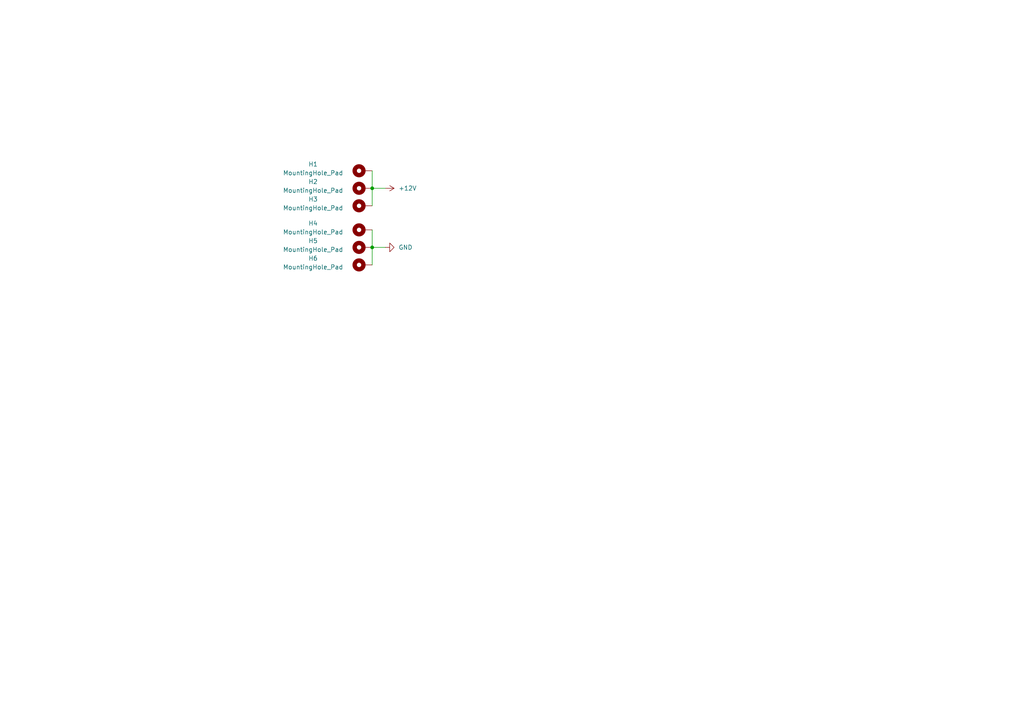
<source format=kicad_sch>
(kicad_sch (version 20211123) (generator eeschema)
  (paper "A4")
  (lib_symbols
    (symbol "Mechanical:MountingHole_Pad" (pin_numbers hide) (pin_names (offset 1.016) hide)
      (property "Reference" "H" (at 0 6.35 0))
      (property "Value" "MountingHole_Pad" (at 0 4.445 0))
      (symbol "MountingHole_Pad_0_1"
        (circle (center 0 1.27) (radius 1.27) (stroke (width 1.27)))
      )
      (symbol "MountingHole_Pad_1_1"
        (pin input line (at 0 -2.54 90) (length 2.54) (name "1") (number "1"))
      )
    )
    (symbol "power:+12V" (power) (pin_names (offset 0))
      (property "Value" "+12V" (at 0 3.556 0))
      (symbol "+12V_0_1"
        (polyline (pts (xy -0.762 1.27) (xy 0 2.54)))
        (polyline (pts (xy 0 0) (xy 0 2.54)))
        (polyline (pts (xy 0 2.54) (xy 0.762 1.27)))
      )
      (symbol "+12V_1_1"
        (pin power_in line (at 0 0 90) (length 0) hide (name "+12V") (number "1"))
      )
    )
    (symbol "power:GND" (power) (pin_names (offset 0))
      (property "Value" "GND" (at 0 -3.81 0))
      (symbol "GND_0_1"
        (polyline (pts (xy 0 0) (xy 0 -1.27) (xy 1.27 -1.27) (xy 0 -2.54) (xy -1.27 -1.27) (xy 0 -1.27)))
      )
      (symbol "GND_1_1"
        (pin power_in line (at 0 0 270) (length 0) hide (name "GND") (number "1"))
      )
    )
  )
  (junction (at 107.95 54.61))
  (junction (at 107.95 71.755))
  (wire (pts (xy 107.95 71.755) (xy 107.95 76.835)))
  (wire (pts (xy 107.95 54.61) (xy 111.76 54.61)))
  (wire (pts (xy 107.95 49.53) (xy 107.95 54.61)))
  (wire (pts (xy 107.95 71.755) (xy 111.76 71.755)))
  (wire (pts (xy 107.95 54.61) (xy 107.95 59.69)))
  (wire (pts (xy 107.95 66.675) (xy 107.95 71.755)))
  (symbol (lib_id "Mechanical:MountingHole_Pad") (at 105.41 49.53 90) (unit 1)
    (property "Reference" "H1" (at 90.805 47.625 90))
    (property "Value" "MountingHole_Pad" (at 90.805 50.165 90))
    (property "Footprint" "MountingHole:MountingHole_2.2mm_M2_ISO14580_Pad_TopBottom" (effects hide))
  )
  (symbol (lib_id "Mechanical:MountingHole_Pad") (at 105.41 59.69 90) (unit 1)
    (property "Reference" "H3" (at 90.805 57.785 90))
    (property "Value" "MountingHole_Pad" (at 90.805 60.325 90))
    (property "Footprint" "MountingHole:MountingHole_2.2mm_M2_ISO14580_Pad_TopBottom" (effects hide))
  )
  (symbol (lib_id "Mechanical:MountingHole_Pad") (at 105.41 66.675 90) (unit 1)
    (property "Reference" "H4" (at 90.805 64.77 90))
    (property "Value" "MountingHole_Pad" (at 90.805 67.31 90))
    (property "Footprint" "MountingHole:MountingHole_2.2mm_M2_ISO14580_Pad_TopBottom" (effects hide))
  )
  (symbol (lib_id "Mechanical:MountingHole_Pad") (at 105.41 54.61 90) (unit 1)
    (property "Reference" "H2" (at 90.805 52.705 90))
    (property "Value" "MountingHole_Pad" (at 90.805 55.245 90))
    (property "Footprint" "MountingHole:MountingHole_2.2mm_M2_ISO14580_Pad_TopBottom" (effects hide))
  )
  (symbol (lib_id "Mechanical:MountingHole_Pad") (at 105.41 76.835 90) (unit 1)
    (property "Reference" "H6" (at 90.805 74.93 90))
    (property "Value" "MountingHole_Pad" (at 90.805 77.47 90))
    (property "Footprint" "MountingHole:MountingHole_2.2mm_M2_ISO14580_Pad_TopBottom" (effects hide))
  )
  (symbol (lib_id "Mechanical:MountingHole_Pad") (at 105.41 71.755 90) (unit 1)
    (property "Reference" "H5" (at 90.805 69.85 90))
    (property "Value" "MountingHole_Pad" (at 90.805 72.39 90))
    (property "Footprint" "MountingHole:MountingHole_2.2mm_M2_ISO14580_Pad_TopBottom" (effects hide))
  )
  (symbol (lib_id "power:GND") (at 111.76 71.755 90) (unit 1)
    (property "Reference" "#PWR0101" (effects hide))
    (property "Value" "GND" (at 115.57 71.7549 90) (effects (justify right)))
  )
  (symbol (lib_id "power:+12V") (at 111.76 54.61 270) (unit 1)
    (property "Reference" "#PWR0102" (effects hide))
    (property "Value" "+12V" (at 115.57 54.6099 90) (effects (justify left)))
  )
)
</source>
